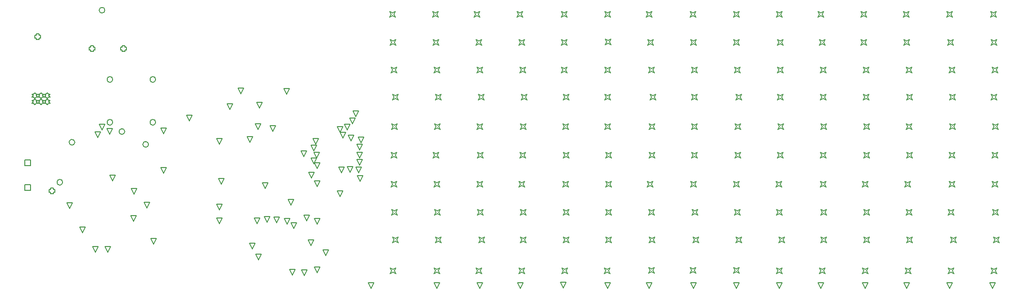
<source format=gbr>
%TF.GenerationSoftware,Altium Limited,Altium Designer,20.1.14 (287)*%
G04 Layer_Color=2752767*
%FSLAX26Y26*%
%MOIN*%
%TF.SameCoordinates,7E9A0AC4-0E20-4BBF-80A7-7FB1365180D4*%
%TF.FilePolarity,Positive*%
%TF.FileFunction,Drawing*%
%TF.Part,Single*%
G01*
G75*
%TA.AperFunction,NonConductor*%
%ADD80C,0.005000*%
%ADD81C,0.006667*%
D80*
X1860837Y3160000D02*
Y3200000D01*
X1900837D01*
Y3160000D01*
X1860837D01*
Y2986772D02*
Y3026772D01*
X1900837D01*
Y2986772D01*
X1860837D01*
X2830000Y3385000D02*
X2810000Y3425000D01*
X2850000D01*
X2830000Y3385000D01*
X1932530Y3588347D02*
X1942530Y3598347D01*
X1952530D01*
X1942530Y3608347D01*
X1952530Y3618347D01*
X1942530D01*
X1932530Y3628347D01*
X1922530Y3618347D01*
X1912530D01*
X1922530Y3608347D01*
X1912530Y3598347D01*
X1922530D01*
X1932530Y3588347D01*
Y3631654D02*
X1942530Y3641654D01*
X1952530D01*
X1942530Y3651654D01*
X1952530Y3661654D01*
X1942530D01*
X1932530Y3671654D01*
X1922530Y3661654D01*
X1912530D01*
X1922530Y3651654D01*
X1912530Y3641654D01*
X1922530D01*
X1932530Y3631654D01*
X1975837Y3588347D02*
X1985837Y3598347D01*
X1995837D01*
X1985837Y3608347D01*
X1995837Y3618347D01*
X1985837D01*
X1975837Y3628347D01*
X1965837Y3618347D01*
X1955837D01*
X1965837Y3608347D01*
X1955837Y3598347D01*
X1965837D01*
X1975837Y3588347D01*
Y3631654D02*
X1985837Y3641654D01*
X1995837D01*
X1985837Y3651654D01*
X1995837Y3661654D01*
X1985837D01*
X1975837Y3671654D01*
X1965837Y3661654D01*
X1955837D01*
X1965837Y3651654D01*
X1955837Y3641654D01*
X1965837D01*
X1975837Y3631654D01*
X2019144Y3588347D02*
X2029144Y3598347D01*
X2039144D01*
X2029144Y3608347D01*
X2039144Y3618347D01*
X2029144D01*
X2019144Y3628347D01*
X2009144Y3618347D01*
X1999144D01*
X2009144Y3608347D01*
X1999144Y3598347D01*
X2009144D01*
X2019144Y3588347D01*
Y3631654D02*
X2029144Y3641654D01*
X2039144D01*
X2029144Y3651654D01*
X2039144Y3661654D01*
X2029144D01*
X2019144Y3671654D01*
X2009144Y3661654D01*
X1999144D01*
X2009144Y3651654D01*
X1999144Y3641654D01*
X2009144D01*
X2019144Y3631654D01*
X4085000Y3355000D02*
X4065000Y3395000D01*
X4105000D01*
X4085000Y3355000D01*
X3880000Y3265000D02*
X3860000Y3305000D01*
X3900000D01*
X3880000Y3265000D01*
Y3175000D02*
X3860000Y3215000D01*
X3900000D01*
X3880000Y3175000D01*
X3595000Y3400000D02*
X3575000Y3440000D01*
X3615000D01*
X3595000Y3400000D01*
X3720000Y2885000D02*
X3700000Y2925000D01*
X3740000D01*
X3720000Y2885000D01*
X3895000Y3310000D02*
X3875000Y3350000D01*
X3915000D01*
X3895000Y3310000D01*
X3905000Y2750000D02*
X3885000Y2790000D01*
X3925000D01*
X3905000Y2750000D01*
X3865000Y3075000D02*
X3845000Y3115000D01*
X3885000D01*
X3865000Y3075000D01*
X3295000Y3555000D02*
X3275000Y3595000D01*
X3315000D01*
X3295000Y3555000D01*
X4150000Y3455000D02*
X4130000Y3495000D01*
X4170000D01*
X4150000Y3455000D01*
X3900000Y3215000D02*
X3880000Y3255000D01*
X3920000D01*
X3900000Y3215000D01*
X4200000Y3165000D02*
X4180000Y3205000D01*
X4220000D01*
X4200000Y3165000D01*
X3500000Y3565000D02*
X3480000Y3605000D01*
X3520000D01*
X3500000Y3565000D01*
X4135000Y3115000D02*
X4115000Y3155000D01*
X4155000D01*
X4135000Y3115000D01*
X3905000Y3015000D02*
X3885000Y3055000D01*
X3925000D01*
X3905000Y3015000D01*
X3220000Y2850000D02*
X3200000Y2890000D01*
X3240000D01*
X3220000Y2850000D01*
X4140020Y3335020D02*
X4120020Y3375020D01*
X4160020D01*
X4140020Y3335020D01*
X4075000Y3110000D02*
X4055000Y3150000D01*
X4095000D01*
X4075000Y3110000D01*
X3695000Y2750000D02*
X3675000Y2790000D01*
X3715000D01*
X3695000Y2750000D01*
X3435000Y3325000D02*
X3415000Y3365000D01*
X3455000D01*
X3435000Y3325000D01*
X3860000Y2600000D02*
X3840000Y2640000D01*
X3880000D01*
X3860000Y2600000D01*
X3742347Y2722347D02*
X3722347Y2762347D01*
X3762347D01*
X3742347Y2722347D01*
X3485000Y2755000D02*
X3465000Y2795000D01*
X3505000D01*
X3485000Y2755000D01*
X3830000Y2774500D02*
X3810000Y2814500D01*
X3850000D01*
X3830000Y2774500D01*
X4200000Y3215000D02*
X4180000Y3255000D01*
X4220000D01*
X4200000Y3215000D01*
X4065000Y3395000D02*
X4045000Y3435000D01*
X4085000D01*
X4065000Y3395000D01*
X3220000Y2755000D02*
X3200000Y2795000D01*
X3240000D01*
X3220000Y2755000D01*
Y3310000D02*
X3200000Y3350000D01*
X3240000D01*
X3220000Y3310000D01*
X3810000Y3225000D02*
X3790000Y3265000D01*
X3830000D01*
X3810000Y3225000D01*
X4195000Y3110000D02*
X4175000Y3150000D01*
X4215000D01*
X4195000Y3110000D01*
X3620000Y2760000D02*
X3600000Y2800000D01*
X3640000D01*
X3620000Y2760000D01*
X3235000Y3030000D02*
X3215000Y3070000D01*
X3255000D01*
X3235000Y3030000D01*
X3490000Y3415000D02*
X3470000Y3455000D01*
X3510000D01*
X3490000Y3415000D01*
X3905000Y3140000D02*
X3885000Y3180000D01*
X3925000D01*
X3905000Y3140000D01*
X4115000Y3410000D02*
X4095000Y3450000D01*
X4135000D01*
X4115000Y3410000D01*
X4065000Y2945000D02*
X4045000Y2985000D01*
X4085000D01*
X4065000Y2945000D01*
X4210000Y3320000D02*
X4190000Y3360000D01*
X4230000D01*
X4210000Y3320000D01*
X3555000Y2765000D02*
X3535000Y2805000D01*
X3575000D01*
X3555000Y2765000D01*
X4430769Y2620769D02*
X4440769Y2640769D01*
X4430769Y2660769D01*
X4450769Y2650769D01*
X4470769Y2660769D01*
X4460769Y2640769D01*
X4470769Y2620769D01*
X4450769Y2630769D01*
X4430769Y2620769D01*
X6815769Y2407000D02*
X6825769Y2427000D01*
X6815769Y2447000D01*
X6835769Y2437000D01*
X6855769Y2447000D01*
X6845769Y2427000D01*
X6855769Y2407000D01*
X6835769Y2417000D01*
X6815769Y2407000D01*
X6835000Y2300000D02*
X6815000Y2340000D01*
X6855000D01*
X6835000Y2300000D01*
X7115769Y2405769D02*
X7125769Y2425769D01*
X7115769Y2445769D01*
X7135769Y2435769D01*
X7155769Y2445769D01*
X7145769Y2425769D01*
X7155769Y2405769D01*
X7135769Y2415769D01*
X7115769Y2405769D01*
X4425769Y2815769D02*
X4435769Y2835769D01*
X4425769Y2855769D01*
X4445769Y2845769D01*
X4465769Y2855769D01*
X4455769Y2835769D01*
X4465769Y2815769D01*
X4445769Y2825769D01*
X4425769Y2815769D01*
X4420769Y3010769D02*
X4430769Y3030769D01*
X4420769Y3050769D01*
X4440769Y3040769D01*
X4460769Y3050769D01*
X4450769Y3030769D01*
X4460769Y3010769D01*
X4440769Y3020769D01*
X4420769Y3010769D01*
Y3215769D02*
X4430769Y3235769D01*
X4420769Y3255769D01*
X4440769Y3245769D01*
X4460769Y3255769D01*
X4450769Y3235769D01*
X4460769Y3215769D01*
X4440769Y3225769D01*
X4420769Y3215769D01*
X6510769Y2407000D02*
X6520769Y2427000D01*
X6510769Y2447000D01*
X6530769Y2437000D01*
X6550769Y2447000D01*
X6540769Y2427000D01*
X6550769Y2407000D01*
X6530769Y2417000D01*
X6510769Y2407000D01*
X6220769D02*
X6230769Y2427000D01*
X6220769Y2447000D01*
X6240769Y2437000D01*
X6260769Y2447000D01*
X6250769Y2427000D01*
X6260769Y2407000D01*
X6240769Y2417000D01*
X6220769Y2407000D01*
X7135000Y2300000D02*
X7115000Y2340000D01*
X7155000D01*
X7135000Y2300000D01*
X4415769Y2405769D02*
X4425769Y2425769D01*
X4415769Y2445769D01*
X4435769Y2435769D01*
X4455769Y2445769D01*
X4445769Y2425769D01*
X4455769Y2405769D01*
X4435769Y2415769D01*
X4415769Y2405769D01*
X4200000Y3270000D02*
X4180000Y3310000D01*
X4220000D01*
X4200000Y3270000D01*
X5315769Y2405769D02*
X5325769Y2425769D01*
X5315769Y2445769D01*
X5335769Y2435769D01*
X5355769Y2445769D01*
X5345769Y2425769D01*
X5355769Y2405769D01*
X5335769Y2415769D01*
X5315769Y2405769D01*
X5910769D02*
X5920769Y2425769D01*
X5910769Y2445769D01*
X5930769Y2435769D01*
X5950769Y2445769D01*
X5940769Y2425769D01*
X5950769Y2405769D01*
X5930769Y2415769D01*
X5910769Y2405769D01*
X4720769D02*
X4730769Y2425769D01*
X4720769Y2445769D01*
X4740769Y2435769D01*
X4760769Y2445769D01*
X4750769Y2425769D01*
X4760769Y2405769D01*
X4740769Y2415769D01*
X4720769Y2405769D01*
X5015769D02*
X5025769Y2425769D01*
X5015769Y2445769D01*
X5035769Y2435769D01*
X5055769Y2445769D01*
X5045769Y2425769D01*
X5055769Y2405769D01*
X5035769Y2415769D01*
X5015769Y2405769D01*
X5615769D02*
X5625769Y2425769D01*
X5615769Y2445769D01*
X5635769Y2435769D01*
X5655769Y2445769D01*
X5645769Y2425769D01*
X5655769Y2405769D01*
X5635769Y2415769D01*
X5615769Y2405769D01*
X6225000Y2300000D02*
X6205000Y2340000D01*
X6245000D01*
X6225000Y2300000D01*
X5935000D02*
X5915000Y2340000D01*
X5955000D01*
X5935000Y2300000D01*
X5040000D02*
X5020000Y2340000D01*
X5060000D01*
X5040000Y2300000D01*
X5325000D02*
X5305000Y2340000D01*
X5345000D01*
X5325000Y2300000D01*
X4280000D02*
X4260000Y2340000D01*
X4300000D01*
X4280000Y2300000D01*
X4204500Y3050000D02*
X4184500Y3090000D01*
X4224500D01*
X4204500Y3050000D01*
X8625000Y2300000D02*
X8605000Y2340000D01*
X8645000D01*
X8625000Y2300000D01*
X8325000D02*
X8305000Y2340000D01*
X8345000D01*
X8325000Y2300000D01*
X8025000D02*
X8005000Y2340000D01*
X8045000D01*
X8025000Y2300000D01*
X7735000D02*
X7715000Y2340000D01*
X7755000D01*
X7735000Y2300000D01*
X7425000D02*
X7405000Y2340000D01*
X7445000D01*
X7425000Y2300000D01*
X6535000D02*
X6515000Y2340000D01*
X6555000D01*
X6535000Y2300000D01*
X5625000Y2305000D02*
X5605000Y2345000D01*
X5645000D01*
X5625000Y2305000D01*
X4740000Y2300000D02*
X4720000Y2340000D01*
X4760000D01*
X4740000Y2300000D01*
X4425769Y3415769D02*
X4435769Y3435769D01*
X4425769Y3455769D01*
X4445769Y3445769D01*
X4465769Y3455769D01*
X4455769Y3435769D01*
X4465769Y3415769D01*
X4445769Y3425769D01*
X4425769Y3415769D01*
X4430769Y3620769D02*
X4440769Y3640769D01*
X4430769Y3660769D01*
X4450769Y3650769D01*
X4470769Y3660769D01*
X4460769Y3640769D01*
X4470769Y3620769D01*
X4450769Y3630769D01*
X4430769Y3620769D01*
X2830409Y3108536D02*
X2810409Y3148536D01*
X2850409D01*
X2830409Y3108536D01*
X2625837Y2960000D02*
X2605837Y3000000D01*
X2645837D01*
X2625837Y2960000D01*
X2370885Y3359036D02*
X2350885Y3399036D01*
X2390885D01*
X2370885Y3359036D01*
X2620837Y2770000D02*
X2600837Y2810000D01*
X2640837D01*
X2620837Y2770000D01*
X2400837Y3410000D02*
X2380837Y3450000D01*
X2420837D01*
X2400837Y3410000D01*
X2455837Y3380000D02*
X2435837Y3420000D01*
X2475837D01*
X2455837Y3380000D01*
X2715837Y2865000D02*
X2695837Y2905000D01*
X2735837D01*
X2715837Y2865000D01*
X3450000Y2576500D02*
X3430000Y2616500D01*
X3470000D01*
X3450000Y2576500D01*
X4420769Y3810144D02*
X4430769Y3830144D01*
X4420769Y3850144D01*
X4440769Y3840144D01*
X4460769Y3850144D01*
X4450769Y3830144D01*
X4460769Y3810144D01*
X4440769Y3820144D01*
X4420769Y3810144D01*
X4410769Y4200769D02*
X4420769Y4220769D01*
X4410769Y4240769D01*
X4430769Y4230769D01*
X4450769Y4240769D01*
X4440769Y4220769D01*
X4450769Y4200769D01*
X4430769Y4210769D01*
X4410769Y4200769D01*
X4710769D02*
X4720769Y4220769D01*
X4710769Y4240769D01*
X4730769Y4230769D01*
X4750769Y4240769D01*
X4740769Y4220769D01*
X4750769Y4200769D01*
X4730769Y4210769D01*
X4710769Y4200769D01*
X5000769D02*
X5010769Y4220769D01*
X5000769Y4240769D01*
X5020769Y4230769D01*
X5040769Y4240769D01*
X5030769Y4220769D01*
X5040769Y4200769D01*
X5020769Y4210769D01*
X5000769Y4200769D01*
X5300769D02*
X5310769Y4220769D01*
X5300769Y4240769D01*
X5320769Y4230769D01*
X5340769Y4240769D01*
X5330769Y4220769D01*
X5340769Y4200769D01*
X5320769Y4210769D01*
X5300769Y4200769D01*
X5610769D02*
X5620769Y4220769D01*
X5610769Y4240769D01*
X5630769Y4230769D01*
X5650769Y4240769D01*
X5640769Y4220769D01*
X5650769Y4200769D01*
X5630769Y4210769D01*
X5610769Y4200769D01*
X5915769D02*
X5925769Y4220769D01*
X5915769Y4240769D01*
X5935769Y4230769D01*
X5955769Y4240769D01*
X5945769Y4220769D01*
X5955769Y4200769D01*
X5935769Y4210769D01*
X5915769Y4200769D01*
X6205769D02*
X6215769Y4220769D01*
X6205769Y4240769D01*
X6225769Y4230769D01*
X6245769Y4240769D01*
X6235769Y4220769D01*
X6245769Y4200769D01*
X6225769Y4210769D01*
X6205769Y4200769D01*
X6510769D02*
X6520769Y4220769D01*
X6510769Y4240769D01*
X6530769Y4230769D01*
X6550769Y4240769D01*
X6540769Y4220769D01*
X6550769Y4200769D01*
X6530769Y4210769D01*
X6510769Y4200769D01*
X6815769D02*
X6825769Y4220769D01*
X6815769Y4240769D01*
X6835769Y4230769D01*
X6855769Y4240769D01*
X6845769Y4220769D01*
X6855769Y4200769D01*
X6835769Y4210769D01*
X6815769Y4200769D01*
X7115769D02*
X7125769Y4220769D01*
X7115769Y4240769D01*
X7135769Y4230769D01*
X7155769Y4240769D01*
X7145769Y4220769D01*
X7155769Y4200769D01*
X7135769Y4210769D01*
X7115769Y4200769D01*
X7405769D02*
X7415769Y4220769D01*
X7405769Y4240769D01*
X7425769Y4230769D01*
X7445769Y4240769D01*
X7435769Y4220769D01*
X7445769Y4200769D01*
X7425769Y4210769D01*
X7405769Y4200769D01*
X7705769D02*
X7715769Y4220769D01*
X7705769Y4240769D01*
X7725769Y4230769D01*
X7745769Y4240769D01*
X7735769Y4220769D01*
X7745769Y4200769D01*
X7725769Y4210769D01*
X7705769Y4200769D01*
X8000769D02*
X8010769Y4220769D01*
X8000769Y4240769D01*
X8020769Y4230769D01*
X8040769Y4240769D01*
X8030769Y4220769D01*
X8040769Y4200769D01*
X8020769Y4210769D01*
X8000769Y4200769D01*
X8305769D02*
X8315769Y4220769D01*
X8305769Y4240769D01*
X8325769Y4230769D01*
X8345769Y4240769D01*
X8335769Y4220769D01*
X8345769Y4200769D01*
X8325769Y4210769D01*
X8305769Y4200769D01*
X8610769D02*
X8620769Y4220769D01*
X8610769Y4240769D01*
X8630769Y4230769D01*
X8650769Y4240769D01*
X8640769Y4220769D01*
X8650769Y4200769D01*
X8630769Y4210769D01*
X8610769Y4200769D01*
X4415769Y4005769D02*
X4425769Y4025769D01*
X4415769Y4045769D01*
X4435769Y4035769D01*
X4455769Y4045769D01*
X4445769Y4025769D01*
X4455769Y4005769D01*
X4435769Y4015769D01*
X4415769Y4005769D01*
X4715769D02*
X4725769Y4025769D01*
X4715769Y4045769D01*
X4735769Y4035769D01*
X4755769Y4045769D01*
X4745769Y4025769D01*
X4755769Y4005769D01*
X4735769Y4015769D01*
X4715769Y4005769D01*
X5015769D02*
X5025769Y4025769D01*
X5015769Y4045769D01*
X5035769Y4035769D01*
X5055769Y4045769D01*
X5045769Y4025769D01*
X5055769Y4005769D01*
X5035769Y4015769D01*
X5015769Y4005769D01*
X5315769D02*
X5325769Y4025769D01*
X5315769Y4045769D01*
X5335769Y4035769D01*
X5355769Y4045769D01*
X5345769Y4025769D01*
X5355769Y4005769D01*
X5335769Y4015769D01*
X5315769Y4005769D01*
X5610769D02*
X5620769Y4025769D01*
X5610769Y4045769D01*
X5630769Y4035769D01*
X5650769Y4045769D01*
X5640769Y4025769D01*
X5650769Y4005769D01*
X5630769Y4015769D01*
X5610769Y4005769D01*
X5917682Y4007682D02*
X5927682Y4027682D01*
X5917682Y4047682D01*
X5937682Y4037682D01*
X5957682Y4047682D01*
X5947682Y4027682D01*
X5957682Y4007682D01*
X5937682Y4017682D01*
X5917682Y4007682D01*
X6215769Y4005769D02*
X6225769Y4025769D01*
X6215769Y4045769D01*
X6235769Y4035769D01*
X6255769Y4045769D01*
X6245769Y4025769D01*
X6255769Y4005769D01*
X6235769Y4015769D01*
X6215769Y4005769D01*
X6515769D02*
X6525769Y4025769D01*
X6515769Y4045769D01*
X6535769Y4035769D01*
X6555769Y4045769D01*
X6545769Y4025769D01*
X6555769Y4005769D01*
X6535769Y4015769D01*
X6515769Y4005769D01*
X6815769D02*
X6825769Y4025769D01*
X6815769Y4045769D01*
X6835769Y4035769D01*
X6855769Y4045769D01*
X6845769Y4025769D01*
X6855769Y4005769D01*
X6835769Y4015769D01*
X6815769Y4005769D01*
X7120769D02*
X7130769Y4025769D01*
X7120769Y4045769D01*
X7140769Y4035769D01*
X7160769Y4045769D01*
X7150769Y4025769D01*
X7160769Y4005769D01*
X7140769Y4015769D01*
X7120769Y4005769D01*
X7415769D02*
X7425769Y4025769D01*
X7415769Y4045769D01*
X7435769Y4035769D01*
X7455769Y4045769D01*
X7445769Y4025769D01*
X7455769Y4005769D01*
X7435769Y4015769D01*
X7415769Y4005769D01*
X7705769D02*
X7715769Y4025769D01*
X7705769Y4045769D01*
X7725769Y4035769D01*
X7745769Y4045769D01*
X7735769Y4025769D01*
X7745769Y4005769D01*
X7725769Y4015769D01*
X7705769Y4005769D01*
X8005769D02*
X8015769Y4025769D01*
X8005769Y4045769D01*
X8025769Y4035769D01*
X8045769Y4045769D01*
X8035769Y4025769D01*
X8045769Y4005769D01*
X8025769Y4015769D01*
X8005769Y4005769D01*
X8310769D02*
X8320769Y4025769D01*
X8310769Y4045769D01*
X8330769Y4035769D01*
X8350769Y4045769D01*
X8340769Y4025769D01*
X8350769Y4005769D01*
X8330769Y4015769D01*
X8310769Y4005769D01*
X8615769D02*
X8625769Y4025769D01*
X8615769Y4045769D01*
X8635769Y4035769D01*
X8655769Y4045769D01*
X8645769Y4025769D01*
X8655769Y4005769D01*
X8635769Y4015769D01*
X8615769Y4005769D01*
X4720769Y3810769D02*
X4730769Y3830769D01*
X4720769Y3850769D01*
X4740769Y3840769D01*
X4760769Y3850769D01*
X4750769Y3830769D01*
X4760769Y3810769D01*
X4740769Y3820769D01*
X4720769Y3810769D01*
X5022682Y3811432D02*
X5032682Y3831432D01*
X5022682Y3851432D01*
X5042682Y3841432D01*
X5062682Y3851432D01*
X5052682Y3831432D01*
X5062682Y3811432D01*
X5042682Y3821432D01*
X5022682Y3811432D01*
X5320769Y3810769D02*
X5330769Y3830769D01*
X5320769Y3850769D01*
X5340769Y3840769D01*
X5360769Y3850769D01*
X5350769Y3830769D01*
X5360769Y3810769D01*
X5340769Y3820769D01*
X5320769Y3810769D01*
X5610769D02*
X5620769Y3830769D01*
X5610769Y3850769D01*
X5630769Y3840769D01*
X5650769Y3850769D01*
X5640769Y3830769D01*
X5650769Y3810769D01*
X5630769Y3820769D01*
X5610769Y3810769D01*
X5915769D02*
X5925769Y3830769D01*
X5915769Y3850769D01*
X5935769Y3840769D01*
X5955769Y3850769D01*
X5945769Y3830769D01*
X5955769Y3810769D01*
X5935769Y3820769D01*
X5915769Y3810769D01*
X6220769D02*
X6230769Y3830769D01*
X6220769Y3850769D01*
X6240769Y3840769D01*
X6260769Y3850769D01*
X6250769Y3830769D01*
X6260769Y3810769D01*
X6240769Y3820769D01*
X6220769Y3810769D01*
X6520769D02*
X6530769Y3830769D01*
X6520769Y3850769D01*
X6540769Y3840769D01*
X6560769Y3850769D01*
X6550769Y3830769D01*
X6560769Y3810769D01*
X6540769Y3820769D01*
X6520769Y3810769D01*
X6820769D02*
X6830769Y3830769D01*
X6820769Y3850769D01*
X6840769Y3840769D01*
X6860769Y3850769D01*
X6850769Y3830769D01*
X6860769Y3810769D01*
X6840769Y3820769D01*
X6820769Y3810769D01*
X7120769D02*
X7130769Y3830769D01*
X7120769Y3850769D01*
X7140769Y3840769D01*
X7160769Y3850769D01*
X7150769Y3830769D01*
X7160769Y3810769D01*
X7140769Y3820769D01*
X7120769Y3810769D01*
X7420769D02*
X7430769Y3830769D01*
X7420769Y3850769D01*
X7440769Y3840769D01*
X7460769Y3850769D01*
X7450769Y3830769D01*
X7460769Y3810769D01*
X7440769Y3820769D01*
X7420769Y3810769D01*
X7720769D02*
X7730769Y3830769D01*
X7720769Y3850769D01*
X7740769Y3840769D01*
X7760769Y3850769D01*
X7750769Y3830769D01*
X7760769Y3810769D01*
X7740769Y3820769D01*
X7720769Y3810769D01*
X8020769D02*
X8030769Y3830769D01*
X8020769Y3850769D01*
X8040769Y3840769D01*
X8060769Y3850769D01*
X8050769Y3830769D01*
X8060769Y3810769D01*
X8040769Y3820769D01*
X8020769Y3810769D01*
X8320769D02*
X8330769Y3830769D01*
X8320769Y3850769D01*
X8340769Y3840769D01*
X8360769Y3850769D01*
X8350769Y3830769D01*
X8360769Y3810769D01*
X8340769Y3820769D01*
X8320769Y3810769D01*
X8620769D02*
X8630769Y3830769D01*
X8620769Y3850769D01*
X8640769Y3840769D01*
X8660769Y3850769D01*
X8650769Y3830769D01*
X8660769Y3810769D01*
X8640769Y3820769D01*
X8620769Y3810769D01*
X4730769Y3620769D02*
X4740769Y3640769D01*
X4730769Y3660769D01*
X4750769Y3650769D01*
X4770769Y3660769D01*
X4760769Y3640769D01*
X4770769Y3620769D01*
X4750769Y3630769D01*
X4730769Y3620769D01*
X5030769D02*
X5040769Y3640769D01*
X5030769Y3660769D01*
X5050769Y3650769D01*
X5070769Y3660769D01*
X5060769Y3640769D01*
X5070769Y3620769D01*
X5050769Y3630769D01*
X5030769Y3620769D01*
X5330769D02*
X5340769Y3640769D01*
X5330769Y3660769D01*
X5350769Y3650769D01*
X5370769Y3660769D01*
X5360769Y3640769D01*
X5370769Y3620769D01*
X5350769Y3630769D01*
X5330769Y3620769D01*
X5625769D02*
X5635769Y3640769D01*
X5625769Y3660769D01*
X5645769Y3650769D01*
X5665769Y3660769D01*
X5655769Y3640769D01*
X5665769Y3620769D01*
X5645769Y3630769D01*
X5625769Y3620769D01*
X5915769D02*
X5925769Y3640769D01*
X5915769Y3660769D01*
X5935769Y3650769D01*
X5955769Y3660769D01*
X5945769Y3640769D01*
X5955769Y3620769D01*
X5935769Y3630769D01*
X5915769Y3620769D01*
X6230769D02*
X6240769Y3640769D01*
X6230769Y3660769D01*
X6250769Y3650769D01*
X6270769Y3660769D01*
X6260769Y3640769D01*
X6270769Y3620769D01*
X6250769Y3630769D01*
X6230769Y3620769D01*
X6520769D02*
X6530769Y3640769D01*
X6520769Y3660769D01*
X6540769Y3650769D01*
X6560769Y3660769D01*
X6550769Y3640769D01*
X6560769Y3620769D01*
X6540769Y3630769D01*
X6520769Y3620769D01*
X6830769D02*
X6840769Y3640769D01*
X6830769Y3660769D01*
X6850769Y3650769D01*
X6870769Y3660769D01*
X6860769Y3640769D01*
X6870769Y3620769D01*
X6850769Y3630769D01*
X6830769Y3620769D01*
X7120769D02*
X7130769Y3640769D01*
X7120769Y3660769D01*
X7140769Y3650769D01*
X7160769Y3660769D01*
X7150769Y3640769D01*
X7160769Y3620769D01*
X7140769Y3630769D01*
X7120769Y3620769D01*
X7420769D02*
X7430769Y3640769D01*
X7420769Y3660769D01*
X7440769Y3650769D01*
X7460769Y3660769D01*
X7450769Y3640769D01*
X7460769Y3620769D01*
X7440769Y3630769D01*
X7420769Y3620769D01*
X7720769D02*
X7730769Y3640769D01*
X7720769Y3660769D01*
X7740769Y3650769D01*
X7760769Y3660769D01*
X7750769Y3640769D01*
X7760769Y3620769D01*
X7740769Y3630769D01*
X7720769Y3620769D01*
X8025769D02*
X8035769Y3640769D01*
X8025769Y3660769D01*
X8045769Y3650769D01*
X8065769Y3660769D01*
X8055769Y3640769D01*
X8065769Y3620769D01*
X8045769Y3630769D01*
X8025769Y3620769D01*
X8325769D02*
X8335769Y3640769D01*
X8325769Y3660769D01*
X8345769Y3650769D01*
X8365769Y3660769D01*
X8355769Y3640769D01*
X8365769Y3620769D01*
X8345769Y3630769D01*
X8325769Y3620769D01*
X8615769D02*
X8625769Y3640769D01*
X8615769Y3660769D01*
X8635769Y3650769D01*
X8655769Y3660769D01*
X8645769Y3640769D01*
X8655769Y3620769D01*
X8635769Y3630769D01*
X8615769Y3620769D01*
X4725769Y3415769D02*
X4735769Y3435769D01*
X4725769Y3455769D01*
X4745769Y3445769D01*
X4765769Y3455769D01*
X4755769Y3435769D01*
X4765769Y3415769D01*
X4745769Y3425769D01*
X4725769Y3415769D01*
X5020769D02*
X5030769Y3435769D01*
X5020769Y3455769D01*
X5040769Y3445769D01*
X5060769Y3455769D01*
X5050769Y3435769D01*
X5060769Y3415769D01*
X5040769Y3425769D01*
X5020769Y3415769D01*
X5325769D02*
X5335769Y3435769D01*
X5325769Y3455769D01*
X5345769Y3445769D01*
X5365769Y3455769D01*
X5355769Y3435769D01*
X5365769Y3415769D01*
X5345769Y3425769D01*
X5325769Y3415769D01*
X5620769D02*
X5630769Y3435769D01*
X5620769Y3455769D01*
X5640769Y3445769D01*
X5660769Y3455769D01*
X5650769Y3435769D01*
X5660769Y3415769D01*
X5640769Y3425769D01*
X5620769Y3415769D01*
X5915769D02*
X5925769Y3435769D01*
X5915769Y3455769D01*
X5935769Y3445769D01*
X5955769Y3455769D01*
X5945769Y3435769D01*
X5955769Y3415769D01*
X5935769Y3425769D01*
X5915769Y3415769D01*
X6225769D02*
X6235769Y3435769D01*
X6225769Y3455769D01*
X6245769Y3445769D01*
X6265769Y3455769D01*
X6255769Y3435769D01*
X6265769Y3415769D01*
X6245769Y3425769D01*
X6225769Y3415769D01*
X6520769D02*
X6530769Y3435769D01*
X6520769Y3455769D01*
X6540769Y3445769D01*
X6560769Y3455769D01*
X6550769Y3435769D01*
X6560769Y3415769D01*
X6540769Y3425769D01*
X6520769Y3415769D01*
X6825769D02*
X6835769Y3435769D01*
X6825769Y3455769D01*
X6845769Y3445769D01*
X6865769Y3455769D01*
X6855769Y3435769D01*
X6865769Y3415769D01*
X6845769Y3425769D01*
X6825769Y3415769D01*
X7125769D02*
X7135769Y3435769D01*
X7125769Y3455769D01*
X7145769Y3445769D01*
X7165769Y3455769D01*
X7155769Y3435769D01*
X7165769Y3415769D01*
X7145769Y3425769D01*
X7125769Y3415769D01*
X7425769D02*
X7435769Y3435769D01*
X7425769Y3455769D01*
X7445769Y3445769D01*
X7465769Y3455769D01*
X7455769Y3435769D01*
X7465769Y3415769D01*
X7445769Y3425769D01*
X7425769Y3415769D01*
X7725769D02*
X7735769Y3435769D01*
X7725769Y3455769D01*
X7745769Y3445769D01*
X7765769Y3455769D01*
X7755769Y3435769D01*
X7765769Y3415769D01*
X7745769Y3425769D01*
X7725769Y3415769D01*
X8020769D02*
X8030769Y3435769D01*
X8020769Y3455769D01*
X8040769Y3445769D01*
X8060769Y3455769D01*
X8050769Y3435769D01*
X8060769Y3415769D01*
X8040769Y3425769D01*
X8020769Y3415769D01*
X8323269D02*
X8333269Y3435769D01*
X8323269Y3455769D01*
X8343269Y3445769D01*
X8363269Y3455769D01*
X8353269Y3435769D01*
X8363269Y3415769D01*
X8343269Y3425769D01*
X8323269Y3415769D01*
X8625769D02*
X8635769Y3435769D01*
X8625769Y3455769D01*
X8645769Y3445769D01*
X8665769Y3455769D01*
X8655769Y3435769D01*
X8665769Y3415769D01*
X8645769Y3425769D01*
X8625769Y3415769D01*
X4715769Y3215769D02*
X4725769Y3235769D01*
X4715769Y3255769D01*
X4735769Y3245769D01*
X4755769Y3255769D01*
X4745769Y3235769D01*
X4755769Y3215769D01*
X4735769Y3225769D01*
X4715769Y3215769D01*
X5025769D02*
X5035769Y3235769D01*
X5025769Y3255769D01*
X5045769Y3245769D01*
X5065769Y3255769D01*
X5055769Y3235769D01*
X5065769Y3215769D01*
X5045769Y3225769D01*
X5025769Y3215769D01*
X5320769D02*
X5330769Y3235769D01*
X5320769Y3255769D01*
X5340769Y3245769D01*
X5360769Y3255769D01*
X5350769Y3235769D01*
X5360769Y3215769D01*
X5340769Y3225769D01*
X5320769Y3215769D01*
X5625769D02*
X5635769Y3235769D01*
X5625769Y3255769D01*
X5645769Y3245769D01*
X5665769Y3255769D01*
X5655769Y3235769D01*
X5665769Y3215769D01*
X5645769Y3225769D01*
X5625769Y3215769D01*
X5920769D02*
X5930769Y3235769D01*
X5920769Y3255769D01*
X5940769Y3245769D01*
X5960769Y3255769D01*
X5950769Y3235769D01*
X5960769Y3215769D01*
X5940769Y3225769D01*
X5920769Y3215769D01*
X6225769D02*
X6235769Y3235769D01*
X6225769Y3255769D01*
X6245769Y3245769D01*
X6265769Y3255769D01*
X6255769Y3235769D01*
X6265769Y3215769D01*
X6245769Y3225769D01*
X6225769Y3215769D01*
X6520769D02*
X6530769Y3235769D01*
X6520769Y3255769D01*
X6540769Y3245769D01*
X6560769Y3255769D01*
X6550769Y3235769D01*
X6560769Y3215769D01*
X6540769Y3225769D01*
X6520769Y3215769D01*
X6825769D02*
X6835769Y3235769D01*
X6825769Y3255769D01*
X6845769Y3245769D01*
X6865769Y3255769D01*
X6855769Y3235769D01*
X6865769Y3215769D01*
X6845769Y3225769D01*
X6825769Y3215769D01*
X7120769D02*
X7130769Y3235769D01*
X7120769Y3255769D01*
X7140769Y3245769D01*
X7160769Y3255769D01*
X7150769Y3235769D01*
X7160769Y3215769D01*
X7140769Y3225769D01*
X7120769Y3215769D01*
X7420769D02*
X7430769Y3235769D01*
X7420769Y3255769D01*
X7440769Y3245769D01*
X7460769Y3255769D01*
X7450769Y3235769D01*
X7460769Y3215769D01*
X7440769Y3225769D01*
X7420769Y3215769D01*
X7725769D02*
X7735769Y3235769D01*
X7725769Y3255769D01*
X7745769Y3245769D01*
X7765769Y3255769D01*
X7755769Y3235769D01*
X7765769Y3215769D01*
X7745769Y3225769D01*
X7725769Y3215769D01*
X8025769D02*
X8035769Y3235769D01*
X8025769Y3255769D01*
X8045769Y3245769D01*
X8065769Y3255769D01*
X8055769Y3235769D01*
X8065769Y3215769D01*
X8045769Y3225769D01*
X8025769Y3215769D01*
X8320769D02*
X8330769Y3235769D01*
X8320769Y3255769D01*
X8340769Y3245769D01*
X8360769Y3255769D01*
X8350769Y3235769D01*
X8360769Y3215769D01*
X8340769Y3225769D01*
X8320769Y3215769D01*
X8620769D02*
X8630769Y3235769D01*
X8620769Y3255769D01*
X8640769Y3245769D01*
X8660769Y3255769D01*
X8650769Y3235769D01*
X8660769Y3215769D01*
X8640769Y3225769D01*
X8620769Y3215769D01*
X4720769Y3010769D02*
X4730769Y3030769D01*
X4720769Y3050769D01*
X4740769Y3040769D01*
X4760769Y3050769D01*
X4750769Y3030769D01*
X4760769Y3010769D01*
X4740769Y3020769D01*
X4720769Y3010769D01*
X5020769D02*
X5030769Y3030769D01*
X5020769Y3050769D01*
X5040769Y3040769D01*
X5060769Y3050769D01*
X5050769Y3030769D01*
X5060769Y3010769D01*
X5040769Y3020769D01*
X5020769Y3010769D01*
X5315769D02*
X5325769Y3030769D01*
X5315769Y3050769D01*
X5335769Y3040769D01*
X5355769Y3050769D01*
X5345769Y3030769D01*
X5355769Y3010769D01*
X5335769Y3020769D01*
X5315769Y3010769D01*
X5620769D02*
X5630769Y3030769D01*
X5620769Y3050769D01*
X5640769Y3040769D01*
X5660769Y3050769D01*
X5650769Y3030769D01*
X5660769Y3010769D01*
X5640769Y3020769D01*
X5620769Y3010769D01*
X5920769D02*
X5930769Y3030769D01*
X5920769Y3050769D01*
X5940769Y3040769D01*
X5960769Y3050769D01*
X5950769Y3030769D01*
X5960769Y3010769D01*
X5940769Y3020769D01*
X5920769Y3010769D01*
X6210769D02*
X6220769Y3030769D01*
X6210769Y3050769D01*
X6230769Y3040769D01*
X6250769Y3050769D01*
X6240769Y3030769D01*
X6250769Y3010769D01*
X6230769Y3020769D01*
X6210769Y3010769D01*
X6515769D02*
X6525769Y3030769D01*
X6515769Y3050769D01*
X6535769Y3040769D01*
X6555769Y3050769D01*
X6545769Y3030769D01*
X6555769Y3010769D01*
X6535769Y3020769D01*
X6515769Y3010769D01*
X6815769D02*
X6825769Y3030769D01*
X6815769Y3050769D01*
X6835769Y3040769D01*
X6855769Y3050769D01*
X6845769Y3030769D01*
X6855769Y3010769D01*
X6835769Y3020769D01*
X6815769Y3010769D01*
X7110769D02*
X7120769Y3030769D01*
X7110769Y3050769D01*
X7130769Y3040769D01*
X7150769Y3050769D01*
X7140769Y3030769D01*
X7150769Y3010769D01*
X7130769Y3020769D01*
X7110769Y3010769D01*
X7420769D02*
X7430769Y3030769D01*
X7420769Y3050769D01*
X7440769Y3040769D01*
X7460769Y3050769D01*
X7450769Y3030769D01*
X7460769Y3010769D01*
X7440769Y3020769D01*
X7420769Y3010769D01*
X7715769D02*
X7725769Y3030769D01*
X7715769Y3050769D01*
X7735769Y3040769D01*
X7755769Y3050769D01*
X7745769Y3030769D01*
X7755769Y3010769D01*
X7735769Y3020769D01*
X7715769Y3010769D01*
X8010769D02*
X8020769Y3030769D01*
X8010769Y3050769D01*
X8030769Y3040769D01*
X8050769Y3050769D01*
X8040769Y3030769D01*
X8050769Y3010769D01*
X8030769Y3020769D01*
X8010769Y3010769D01*
X8320769D02*
X8330769Y3030769D01*
X8320769Y3050769D01*
X8340769Y3040769D01*
X8360769Y3050769D01*
X8350769Y3030769D01*
X8360769Y3010769D01*
X8340769Y3020769D01*
X8320769Y3010769D01*
X8620769D02*
X8630769Y3030769D01*
X8620769Y3050769D01*
X8640769Y3040769D01*
X8660769Y3050769D01*
X8650769Y3030769D01*
X8660769Y3010769D01*
X8640769Y3020769D01*
X8620769Y3010769D01*
X5325769Y2815769D02*
X5335769Y2835769D01*
X5325769Y2855769D01*
X5345769Y2845769D01*
X5365769Y2855769D01*
X5355769Y2835769D01*
X5365769Y2815769D01*
X5345769Y2825769D01*
X5325769Y2815769D01*
X5625769D02*
X5635769Y2835769D01*
X5625769Y2855769D01*
X5645769Y2845769D01*
X5665769Y2855769D01*
X5655769Y2835769D01*
X5665769Y2815769D01*
X5645769Y2825769D01*
X5625769Y2815769D01*
X5920769D02*
X5930769Y2835769D01*
X5920769Y2855769D01*
X5940769Y2845769D01*
X5960769Y2855769D01*
X5950769Y2835769D01*
X5960769Y2815769D01*
X5940769Y2825769D01*
X5920769Y2815769D01*
X6220769D02*
X6230769Y2835769D01*
X6220769Y2855769D01*
X6240769Y2845769D01*
X6260769Y2855769D01*
X6250769Y2835769D01*
X6260769Y2815769D01*
X6240769Y2825769D01*
X6220769Y2815769D01*
X6525769D02*
X6535769Y2835769D01*
X6525769Y2855769D01*
X6545769Y2845769D01*
X6565769Y2855769D01*
X6555769Y2835769D01*
X6565769Y2815769D01*
X6545769Y2825769D01*
X6525769Y2815769D01*
X6820769D02*
X6830769Y2835769D01*
X6820769Y2855769D01*
X6840769Y2845769D01*
X6860769Y2855769D01*
X6850769Y2835769D01*
X6860769Y2815769D01*
X6840769Y2825769D01*
X6820769Y2815769D01*
X7115769D02*
X7125769Y2835769D01*
X7115769Y2855769D01*
X7135769Y2845769D01*
X7155769Y2855769D01*
X7145769Y2835769D01*
X7155769Y2815769D01*
X7135769Y2825769D01*
X7115769Y2815769D01*
X7425769D02*
X7435769Y2835769D01*
X7425769Y2855769D01*
X7445769Y2845769D01*
X7465769Y2855769D01*
X7455769Y2835769D01*
X7465769Y2815769D01*
X7445769Y2825769D01*
X7425769Y2815769D01*
X7725769D02*
X7735769Y2835769D01*
X7725769Y2855769D01*
X7745769Y2845769D01*
X7765769Y2855769D01*
X7755769Y2835769D01*
X7765769Y2815769D01*
X7745769Y2825769D01*
X7725769Y2815769D01*
X8020769D02*
X8030769Y2835769D01*
X8020769Y2855769D01*
X8040769Y2845769D01*
X8060769Y2855769D01*
X8050769Y2835769D01*
X8060769Y2815769D01*
X8040769Y2825769D01*
X8020769Y2815769D01*
X8315769D02*
X8325769Y2835769D01*
X8315769Y2855769D01*
X8335769Y2845769D01*
X8355769Y2855769D01*
X8345769Y2835769D01*
X8355769Y2815769D01*
X8335769Y2825769D01*
X8315769Y2815769D01*
X8625769D02*
X8635769Y2835769D01*
X8625769Y2855769D01*
X8645769Y2845769D01*
X8665769Y2855769D01*
X8655769Y2835769D01*
X8665769Y2815769D01*
X8645769Y2825769D01*
X8625769Y2815769D01*
X4730769Y2620769D02*
X4740769Y2640769D01*
X4730769Y2660769D01*
X4750769Y2650769D01*
X4770769Y2660769D01*
X4760769Y2640769D01*
X4770769Y2620769D01*
X4750769Y2630769D01*
X4730769Y2620769D01*
X5035769D02*
X5045769Y2640769D01*
X5035769Y2660769D01*
X5055769Y2650769D01*
X5075769Y2660769D01*
X5065769Y2640769D01*
X5075769Y2620769D01*
X5055769Y2630769D01*
X5035769Y2620769D01*
X5325769D02*
X5335769Y2640769D01*
X5325769Y2660769D01*
X5345769Y2650769D01*
X5365769Y2660769D01*
X5355769Y2640769D01*
X5365769Y2620769D01*
X5345769Y2630769D01*
X5325769Y2620769D01*
X5625769D02*
X5635769Y2640769D01*
X5625769Y2660769D01*
X5645769Y2650769D01*
X5665769Y2660769D01*
X5655769Y2640769D01*
X5665769Y2620769D01*
X5645769Y2630769D01*
X5625769Y2620769D01*
X5920769D02*
X5930769Y2640769D01*
X5920769Y2660769D01*
X5940769Y2650769D01*
X5960769Y2660769D01*
X5950769Y2640769D01*
X5960769Y2620769D01*
X5940769Y2630769D01*
X5920769Y2620769D01*
X6225769D02*
X6235769Y2640769D01*
X6225769Y2660769D01*
X6245769Y2650769D01*
X6265769Y2660769D01*
X6255769Y2640769D01*
X6265769Y2620769D01*
X6245769Y2630769D01*
X6225769Y2620769D01*
X6530769D02*
X6540769Y2640769D01*
X6530769Y2660769D01*
X6550769Y2650769D01*
X6570769Y2660769D01*
X6560769Y2640769D01*
X6570769Y2620769D01*
X6550769Y2630769D01*
X6530769Y2620769D01*
X6830769D02*
X6840769Y2640769D01*
X6830769Y2660769D01*
X6850769Y2650769D01*
X6870769Y2660769D01*
X6860769Y2640769D01*
X6870769Y2620769D01*
X6850769Y2630769D01*
X6830769Y2620769D01*
X7130769D02*
X7140769Y2640769D01*
X7130769Y2660769D01*
X7150769Y2650769D01*
X7170769Y2660769D01*
X7160769Y2640769D01*
X7170769Y2620769D01*
X7150769Y2630769D01*
X7130769Y2620769D01*
X7425769D02*
X7435769Y2640769D01*
X7425769Y2660769D01*
X7445769Y2650769D01*
X7465769Y2660769D01*
X7455769Y2640769D01*
X7465769Y2620769D01*
X7445769Y2630769D01*
X7425769Y2620769D01*
X7725769D02*
X7735769Y2640769D01*
X7725769Y2660769D01*
X7745769Y2650769D01*
X7765769Y2660769D01*
X7755769Y2640769D01*
X7765769Y2620769D01*
X7745769Y2630769D01*
X7725769Y2620769D01*
X8025769D02*
X8035769Y2640769D01*
X8025769Y2660769D01*
X8045769Y2650769D01*
X8065769Y2660769D01*
X8055769Y2640769D01*
X8065769Y2620769D01*
X8045769Y2630769D01*
X8025769Y2620769D01*
X8330769D02*
X8340769Y2640769D01*
X8330769Y2660769D01*
X8350769Y2650769D01*
X8370769Y2660769D01*
X8360769Y2640769D01*
X8370769Y2620769D01*
X8350769Y2630769D01*
X8330769Y2620769D01*
X8630769D02*
X8640769Y2640769D01*
X8630769Y2660769D01*
X8650769Y2650769D01*
X8670769Y2660769D01*
X8660769Y2640769D01*
X8670769Y2620769D01*
X8650769Y2630769D01*
X8630769Y2620769D01*
X7415769Y2405769D02*
X7425769Y2425769D01*
X7415769Y2445769D01*
X7435769Y2435769D01*
X7455769Y2445769D01*
X7445769Y2425769D01*
X7455769Y2405769D01*
X7435769Y2415769D01*
X7415769Y2405769D01*
X7715769D02*
X7725769Y2425769D01*
X7715769Y2445769D01*
X7735769Y2435769D01*
X7755769Y2445769D01*
X7745769Y2425769D01*
X7755769Y2405769D01*
X7735769Y2415769D01*
X7715769Y2405769D01*
X8015769D02*
X8025769Y2425769D01*
X8015769Y2445769D01*
X8035769Y2435769D01*
X8055769Y2445769D01*
X8045769Y2425769D01*
X8055769Y2405769D01*
X8035769Y2415769D01*
X8015769Y2405769D01*
X8315769D02*
X8325769Y2425769D01*
X8315769Y2445769D01*
X8335769Y2435769D01*
X8355769Y2445769D01*
X8345769Y2425769D01*
X8355769Y2405769D01*
X8335769Y2415769D01*
X8315769Y2405769D01*
X8615769D02*
X8625769Y2425769D01*
X8615769Y2445769D01*
X8635769Y2435769D01*
X8655769Y2445769D01*
X8645769Y2425769D01*
X8655769Y2405769D01*
X8635769Y2415769D01*
X8615769Y2405769D01*
X4725769Y2815769D02*
X4735769Y2835769D01*
X4725769Y2855769D01*
X4745769Y2845769D01*
X4765769Y2855769D01*
X4755769Y2835769D01*
X4765769Y2815769D01*
X4745769Y2825769D01*
X4725769Y2815769D01*
X5025769D02*
X5035769Y2835769D01*
X5025769Y2855769D01*
X5045769Y2845769D01*
X5065769Y2855769D01*
X5055769Y2835769D01*
X5065769Y2815769D01*
X5045769Y2825769D01*
X5025769Y2815769D01*
X3690000Y3660000D02*
X3670000Y3700000D01*
X3710000D01*
X3690000Y3660000D01*
X3370000Y3665000D02*
X3350000Y3705000D01*
X3390000D01*
X3370000Y3665000D01*
X2440000Y2555000D02*
X2420000Y2595000D01*
X2460000D01*
X2440000Y2555000D01*
X2265000Y2690000D02*
X2245000Y2730000D01*
X2285000D01*
X2265000Y2690000D01*
X2760000Y2610000D02*
X2740000Y2650000D01*
X2780000D01*
X2760000Y2610000D01*
X3815000Y2390000D02*
X3795000Y2430000D01*
X3835000D01*
X3815000Y2390000D01*
X3730000Y2395000D02*
X3710000Y2435000D01*
X3750000D01*
X3730000Y2395000D01*
X2355000Y2555000D02*
X2335000Y2595000D01*
X2375000D01*
X2355000Y2555000D01*
X3905000Y2410000D02*
X3885000Y2450000D01*
X3925000D01*
X3905000Y2410000D01*
X3965000Y2530000D02*
X3945000Y2570000D01*
X3985000D01*
X3965000Y2530000D01*
X3540000Y3000000D02*
X3520000Y3040000D01*
X3560000D01*
X3540000Y3000000D01*
X3495000Y2500000D02*
X3475000Y2540000D01*
X3515000D01*
X3495000Y2500000D01*
X3010000Y3475000D02*
X2990000Y3515000D01*
X3030000D01*
X3010000Y3475000D01*
X4175000Y3505000D02*
X4155000Y3545000D01*
X4195000D01*
X4175000Y3505000D01*
X1940837Y4055000D02*
Y4045000D01*
X1960837D01*
Y4055000D01*
X1970837D01*
Y4075000D01*
X1960837D01*
Y4085000D01*
X1940837D01*
Y4075000D01*
X1930837D01*
Y4055000D01*
X1940837D01*
X2320837Y3970000D02*
Y3960000D01*
X2340837D01*
Y3970000D01*
X2350837D01*
Y3990000D01*
X2340837D01*
Y4000000D01*
X2320837D01*
Y3990000D01*
X2310837D01*
Y3970000D01*
X2320837D01*
X2542333D02*
Y3960000D01*
X2562333D01*
Y3970000D01*
X2572333D01*
Y3990000D01*
X2562333D01*
Y4000000D01*
X2542333D01*
Y3990000D01*
X2532333D01*
Y3970000D01*
X2542333D01*
X2040837Y2975000D02*
Y2965000D01*
X2060837D01*
Y2975000D01*
X2070837D01*
Y2995000D01*
X2060837D01*
Y3005000D01*
X2040837D01*
Y2995000D01*
X2030837D01*
Y2975000D01*
X2040837D01*
X2175837Y2860000D02*
X2155837Y2900000D01*
X2195837D01*
X2175837Y2860000D01*
X2475837Y3055315D02*
X2455837Y3095315D01*
X2495837D01*
X2475837Y3055315D01*
D81*
X2775837Y3765000D02*
G03*
X2775837Y3765000I-20000J0D01*
G01*
Y3465000D02*
G03*
X2775837Y3465000I-20000J0D01*
G01*
X2475837Y3765000D02*
G03*
X2475837Y3765000I-20000J0D01*
G01*
Y3465000D02*
G03*
X2475837Y3465000I-20000J0D01*
G01*
X2560000Y3400000D02*
G03*
X2560000Y3400000I-20000J0D01*
G01*
X2725837Y3310000D02*
G03*
X2725837Y3310000I-20000J0D01*
G01*
X2210837Y3325000D02*
G03*
X2210837Y3325000I-20000J0D01*
G01*
X2125837Y3045000D02*
G03*
X2125837Y3045000I-20000J0D01*
G01*
X2420837Y4250000D02*
G03*
X2420837Y4250000I-20000J0D01*
G01*
%TF.MD5,8040c9bea8e56bb81540206e37808287*%
M02*

</source>
